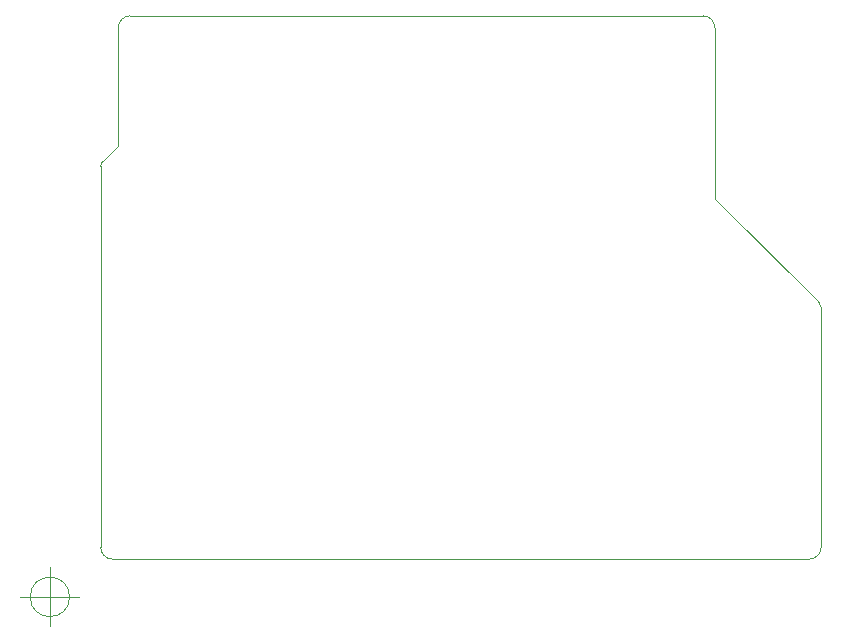
<source format=gbr>
G04 #@! TF.GenerationSoftware,KiCad,Pcbnew,(5.1.5-0-10_14)*
G04 #@! TF.CreationDate,2020-05-29T17:41:24-04:00*
G04 #@! TF.ProjectId,PD_PowerSupply,50445f50-6f77-4657-9253-7570706c792e,rev?*
G04 #@! TF.SameCoordinates,Original*
G04 #@! TF.FileFunction,Profile,NP*
%FSLAX46Y46*%
G04 Gerber Fmt 4.6, Leading zero omitted, Abs format (unit mm)*
G04 Created by KiCad (PCBNEW (5.1.5-0-10_14)) date 2020-05-29 17:41:24*
%MOMM*%
%LPD*%
G04 APERTURE LIST*
%ADD10C,0.050000*%
G04 APERTURE END LIST*
D10*
X109455466Y-122934400D02*
G75*
G03X109455466Y-122934400I-1666666J0D01*
G01*
X105288800Y-122934400D02*
X110288800Y-122934400D01*
X107788800Y-120434400D02*
X107788800Y-125434400D01*
X112088800Y-86484400D02*
G75*
G02X112397817Y-85984401I559016J0D01*
G01*
X172877475Y-97984400D02*
G75*
G02X173088800Y-98392648I-288675J-408248D01*
G01*
X113588800Y-74734400D02*
G75*
G02X114588800Y-73734400I1000000J0D01*
G01*
X113088800Y-119734400D02*
G75*
G02X112088800Y-118734400I0J1000000D01*
G01*
X163088800Y-73734400D02*
G75*
G02X164088800Y-74734400I0J-1000000D01*
G01*
X173088800Y-118734400D02*
G75*
G02X172088800Y-119734400I-1000000J0D01*
G01*
X172088800Y-119734400D02*
X113088800Y-119734400D01*
X173088800Y-98392648D02*
X173088800Y-118734400D01*
X164088800Y-89234400D02*
X172877475Y-97984400D01*
X164088800Y-74734400D02*
X164088800Y-89234400D01*
X114588800Y-73734400D02*
X163088800Y-73734400D01*
X113588800Y-84734400D02*
X113588800Y-74734400D01*
X112397817Y-85984401D02*
X113588800Y-84734400D01*
X112088800Y-88234400D02*
X112088800Y-86484400D01*
X112088800Y-118734400D02*
X112088800Y-88234400D01*
M02*

</source>
